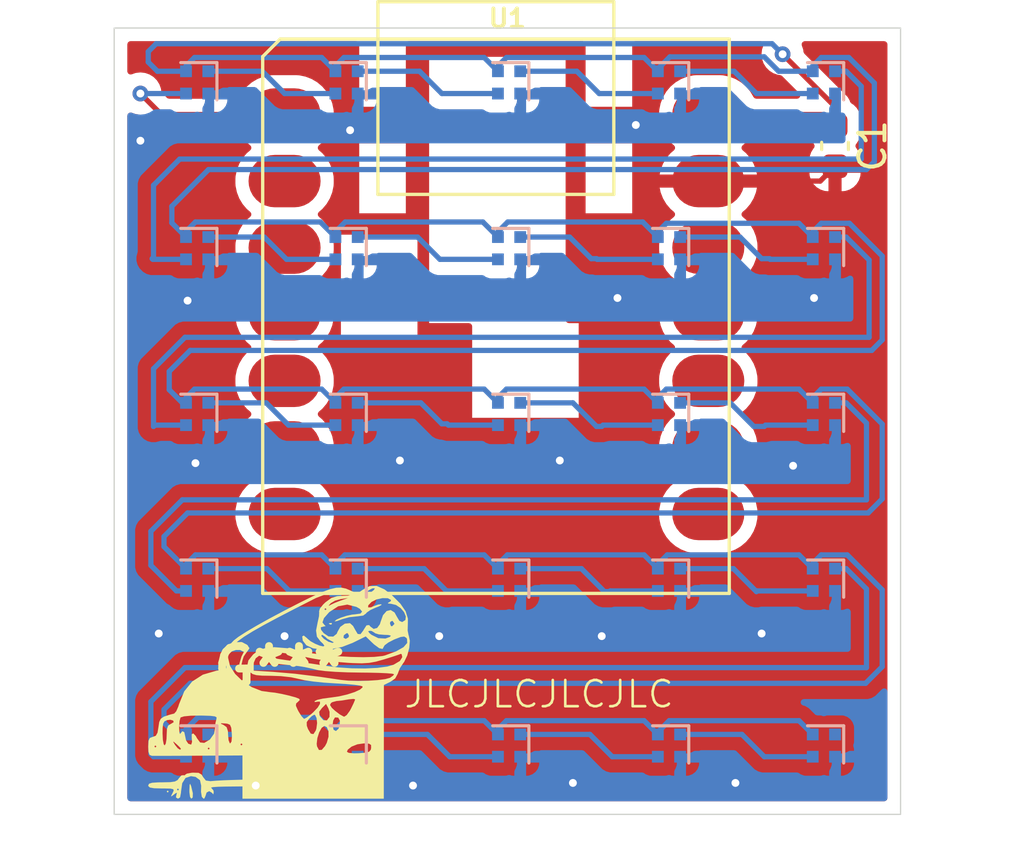
<source format=kicad_pcb>
(kicad_pcb (version 20240108) (generator "pcbnew") (generator_version "8.0")
  (layers (0 "F.Cu" signal) (31 "B.Cu" signal) (34 "B.Paste" user) (35 "F.Paste" user) (36 "B.SilkS" user "B.Silkscreen") (37 "F.SilkS" user "F.Silkscreen") (38 "B.Mask" user) (39 "F.Mask" user) (44 "Edge.Cuts" user))
  (net 0 "")
  (net 1 "VDD")
  (net 2 "GND")
  (net 3 "data")
  (net 4 "Net-(D1-DOUT)")
  (net 5 "Net-(D2-DOUT)")
  (net 6 "Net-(D3-DOUT)")
  (net 7 "Net-(D4-DOUT)")
  (net 8 "Net-(D5-DOUT)")
  (net 9 "Net-(D6-DOUT)")
  (net 10 "Net-(D7-DOUT)")
  (net 11 "Net-(D8-DOUT)")
  (net 12 "Net-(D10-DIN)")
  (net 13 "Net-(D10-DOUT)")
  (net 14 "Net-(D11-DOUT)")
  (net 15 "Net-(D12-DOUT)")
  (net 16 "Net-(D13-DOUT)")
  (net 17 "Net-(D14-DOUT)")
  (net 18 "Net-(D15-DOUT)")
  (net 19 "Net-(D16-DOUT)")
  (net 20 "Net-(D17-DOUT)")
  (net 21 "Net-(D18-DOUT)")
  (net 22 "Net-(D19-DOUT)")
  (net 23 "Net-(D20-DOUT)")
  (net 24 "Net-(D21-DOUT)")
  (net 25 "Net-(D22-DOUT)")
  (net 26 "Net-(D23-DOUT)")
  (net 27 "Net-(D24-DOUT)")
  (footprint "microled-square:SEEED-ESP32S3-MOUDLE14P-SMD-2.54-21X17.8MM" (layer "F.Cu") (at 29.165 42.92)
    (property "Reference" "U1" (at 9.3345 -21.7805 0) (layer "F.SilkS") (effects (font (size 0.7 0.7))))
    (property "Value" "MOUDLE-SEEEDUINO-XIAO-ESP32S3")
    (pad "1" smd roundrect (at 0.835 -18.12) (size 2.75 2) (layers "F.Cu" "F.Paste" "F.Mask") (roundrect_rratio 0.5) (net 3 "data"))
    (pad "2" smd roundrect (at 0.835 -15.58) (size 2.75 2) (layers "F.Cu" "F.Paste" "F.Mask") (roundrect_rratio 0.5))
    (pad "3" smd roundrect (at 0.835 -13.04) (size 2.75 2) (layers "F.Cu" "F.Paste" "F.Mask") (roundrect_rratio 0.5))
    (pad "4" smd roundrect (at 0.835 -10.5) (size 2.75 2) (layers "F.Cu" "F.Paste" "F.Mask") (roundrect_rratio 0.5))
    (pad "5" smd roundrect (at 0.835 -7.96) (size 2.75 2) (layers "F.Cu" "F.Paste" "F.Mask") (roundrect_rratio 0.5))
    (pad "6" smd roundrect (at 0.835 -5.42) (size 2.75 2) (layers "F.Cu" "F.Paste" "F.Mask") (roundrect_rratio 0.5))
    (pad "7" smd roundrect (at 0.835 -2.88) (size 2.75 2) (layers "F.Cu" "F.Paste" "F.Mask") (roundrect_rratio 0.5))
    (pad "8" smd roundrect (at 17 -2.88) (size 2.75 2) (layers "F.Cu" "F.Paste" "F.Mask") (roundrect_rratio 0.5))
    (pad "9" smd roundrect (at 17 -5.42) (size 2.75 2) (layers "F.Cu" "F.Paste" "F.Mask") (roundrect_rratio 0.5))
    (pad "10" smd roundrect (at 17 -7.96) (size 2.75 2) (layers "F.Cu" "F.Paste" "F.Mask") (roundrect_rratio 0.5))
    (pad "11" smd roundrect (at 17 -10.5) (size 2.75 2) (layers "F.Cu" "F.Paste" "F.Mask") (roundrect_rratio 0.5))
    (pad "12" smd roundrect (at 17 -13.04) (size 2.75 2) (layers "F.Cu" "F.Paste" "F.Mask") (roundrect_rratio 0.5))
    (pad "13" smd roundrect (at 17 -15.58) (size 2.75 2) (layers "F.Cu" "F.Paste" "F.Mask") (roundrect_rratio 0.5) (net 2 "GND"))
    (pad "14" smd roundrect (at 17 -18.12) (size 2.75 2) (layers "F.Cu" "F.Paste" "F.Mask") (roundrect_rratio 0.5) (net 1 "VDD"))
    (zone (net 0) (net_name "") (layer "F.Cu") (connect_pads (clearance 0)) (min_thickness 0.01)
      (keepout (tracks not_allowed) (vias not_allowed) (pads not_allowed) (copperpour not_allowed) (footprints allowed))
      (fill (thermal_gap 0.508) (thermal_bridge_width 0.508))
      (polygon (pts (xy 32.1495 29.3835) (xy 35.0705 29.3835) (xy 35.0705 33.2885) (xy 32.1495 33.2885)))
    )
    (zone (net 0) (net_name "") (layer "F.Cu") (connect_pads (clearance 0)) (min_thickness 0.01)
      (keepout (tracks not_allowed) (vias not_allowed) (pads not_allowed) (copperpour not_allowed) (footprints allowed))
      (fill (thermal_gap 0.508) (thermal_bridge_width 0.508))
      (polygon (pts (xy 32.848 21.838) (xy 34.626 21.838) (xy 34.626 24.505) (xy 32.848 24.505)))
    )
    (zone (net 0) (net_name "") (layer "F.Cu") (connect_pads (clearance 0)) (min_thickness 0.01)
      (keepout (tracks not_allowed) (vias not_allowed) (pads not_allowed) (copperpour not_allowed) (footprints allowed))
      (fill (thermal_gap 0.508) (thermal_bridge_width 0.508))
      (polygon (pts (xy 32.848 25.902) (xy 34.626 25.902) (xy 34.626 28.569) (xy 32.848 28.569)))
    )
    (zone (net 0) (net_name "") (layer "F.Cu") (connect_pads (clearance 0)) (min_thickness 0.01)
      (keepout (tracks not_allowed) (vias not_allowed) (pads not_allowed) (copperpour not_allowed) (footprints allowed))
      (fill (thermal_gap 0.508) (thermal_bridge_width 0.508))
      (polygon (pts (xy 35.515 22.6) (xy 40.722 22.6) (xy 40.722 32.758) (xy 35.515 32.758)))
    )
    (zone (net 0) (net_name "") (layer "F.Cu") (connect_pads (clearance 0)) (min_thickness 0.01)
      (keepout (tracks not_allowed) (vias not_allowed) (pads not_allowed) (copperpour not_allowed) (footprints allowed))
      (fill (thermal_gap 0.508) (thermal_bridge_width 0.508))
      (polygon (pts (xy 37.157 32.76) (xy 41.221 32.76) (xy 41.221 36.37) (xy 37.157 36.37)))
    )
    (zone (net 0) (net_name "") (layer "F.Cu") (connect_pads (clearance 0)) (min_thickness 0.01)
      (keepout (tracks not_allowed) (vias not_allowed) (pads not_allowed) (copperpour not_allowed) (footprints allowed))
      (fill (thermal_gap 0.508) (thermal_bridge_width 0.508))
      (polygon (pts (xy 41.484 21.838) (xy 43.262 21.838) (xy 43.262 24.505) (xy 41.484 24.505)))
    )
    (zone (net 0) (net_name "") (layer "F.Cu") (connect_pads (clearance 0)) (min_thickness 0.01)
      (keepout (tracks not_allowed) (vias not_allowed) (pads not_allowed) (copperpour not_allowed) (footprints allowed))
      (fill (thermal_gap 0.508) (thermal_bridge_width 0.508))
      (polygon (pts (xy 41.484 25.902) (xy 43.262 25.902) (xy 43.262 28.569) (xy 41.484 28.569)))
    )
  )
  (footprint "microled-square:bussiness-sadge" (layer "F.Cu") (at 29.8 45.9)
    (property "Reference" "G***" (at 0 0 0) (layer "F.SilkS") (effects (font (size 1.5 1.5) (thickness 0.3))))
    (property "Value" "LOGO" (hide yes))
  )
  (footprint "microled-square:C_0603_1608Metric" (layer "F.Cu") (at 51 26 -90)
    (property "Reference" "C1" (at 0 -1.43 90) (layer "F.SilkS"))
    (property "Value" "100nF")
    (pad "1" smd roundrect (at -0.775 0 270) (size 0.9 0.95) (layers "F.Cu" "F.Paste" "F.Mask") (net 1 "VDD"))
    (pad "2" smd roundrect (at 0.775 0 270) (size 0.9 0.95) (layers "F.Cu" "F.Paste" "F.Mask") (net 2 "GND"))
  )
  (footprint "microled-square:LED_WS2812B-2020_PLCC4_1.0x1.0mm" (layer "B.Cu") (at 25.47 24.47 180)
    (property "Reference" "D1" (hide yes))
    (property "Value" "WS2812B-1010")
    (pad "1" smd rect (at -1.62 1.32 180) (size 0.45 0.45) (layers "B.Cu" "B.Paste" "B.Mask") (net 4 "Net-(D1-DOUT)"))
    (pad "2" smd rect (at -0.77 1.32 180) (size 0.45 0.45) (layers "B.Cu" "B.Paste" "B.Mask") (net 1 "VDD"))
    (pad "3" smd rect (at -1.62 0.47 180) (size 0.45 0.45) (layers "B.Cu" "B.Paste" "B.Mask") (net 2 "GND"))
    (pad "4" smd rect (at -0.77 0.47 90) (size 0.45 0.45) (layers "B.Cu" "B.Paste" "B.Mask") (net 3 "data"))
  )
  (footprint "microled-square:LED_WS2812B-2020_PLCC4_1.0x1.0mm" (layer "B.Cu") (at 37.37 43.445 180)
    (property "Reference" "D18" (hide yes))
    (property "Value" "WS2812B-1010")
    (pad "1" smd rect (at -1.62 1.32 180) (size 0.45 0.45) (layers "B.Cu" "B.Paste" "B.Mask") (net 21 "Net-(D18-DOUT)"))
    (pad "2" smd rect (at -0.77 1.32 180) (size 0.45 0.45) (layers "B.Cu" "B.Paste" "B.Mask") (net 1 "VDD"))
    (pad "3" smd rect (at -1.62 0.47 180) (size 0.45 0.45) (layers "B.Cu" "B.Paste" "B.Mask") (net 2 "GND"))
    (pad "4" smd rect (at -0.77 0.47 90) (size 0.45 0.45) (layers "B.Cu" "B.Paste" "B.Mask") (net 20 "Net-(D17-DOUT)"))
  )
  (footprint "microled-square:LED_WS2812B-2020_PLCC4_1.0x1.0mm" (layer "B.Cu") (at 49.38 24.47 180)
    (property "Reference" "D5" (hide yes))
    (property "Value" "WS2812B-1010")
    (pad "1" smd rect (at -1.62 1.32 180) (size 0.45 0.45) (layers "B.Cu" "B.Paste" "B.Mask") (net 8 "Net-(D5-DOUT)"))
    (pad "2" smd rect (at -0.77 1.32 180) (size 0.45 0.45) (layers "B.Cu" "B.Paste" "B.Mask") (net 1 "VDD"))
    (pad "3" smd rect (at -1.62 0.47 180) (size 0.45 0.45) (layers "B.Cu" "B.Paste" "B.Mask") (net 2 "GND"))
    (pad "4" smd rect (at -0.77 0.47 90) (size 0.45 0.45) (layers "B.Cu" "B.Paste" "B.Mask") (net 7 "Net-(D4-DOUT)"))
  )
  (footprint "microled-square:LED_WS2812B-2020_PLCC4_1.0x1.0mm" (layer "B.Cu") (at 43.47 37.12 180)
    (property "Reference" "D14" (hide yes))
    (property "Value" "WS2812B-1010")
    (pad "1" smd rect (at -1.62 1.32 180) (size 0.45 0.45) (layers "B.Cu" "B.Paste" "B.Mask") (net 17 "Net-(D14-DOUT)"))
    (pad "2" smd rect (at -0.77 1.32 180) (size 0.45 0.45) (layers "B.Cu" "B.Paste" "B.Mask") (net 1 "VDD"))
    (pad "3" smd rect (at -1.62 0.47 180) (size 0.45 0.45) (layers "B.Cu" "B.Paste" "B.Mask") (net 2 "GND"))
    (pad "4" smd rect (at -0.77 0.47 90) (size 0.45 0.45) (layers "B.Cu" "B.Paste" "B.Mask") (net 16 "Net-(D13-DOUT)"))
  )
  (footprint "microled-square:LED_WS2812B-2020_PLCC4_1.0x1.0mm" (layer "B.Cu") (at 25.47 30.795 180)
    (property "Reference" "D6" (hide yes))
    (property "Value" "WS2812B-1010")
    (pad "1" smd rect (at -1.62 1.32 180) (size 0.45 0.45) (layers "B.Cu" "B.Paste" "B.Mask") (net 9 "Net-(D6-DOUT)"))
    (pad "2" smd rect (at -0.77 1.32 180) (size 0.45 0.45) (layers "B.Cu" "B.Paste" "B.Mask") (net 1 "VDD"))
    (pad "3" smd rect (at -1.62 0.47 180) (size 0.45 0.45) (layers "B.Cu" "B.Paste" "B.Mask") (net 2 "GND"))
    (pad "4" smd rect (at -0.77 0.47 90) (size 0.45 0.45) (layers "B.Cu" "B.Paste" "B.Mask") (net 8 "Net-(D5-DOUT)"))
  )
  (footprint "microled-square:LED_WS2812B-2020_PLCC4_1.0x1.0mm" (layer "B.Cu") (at 37.37 30.795 180)
    (property "Reference" "D8" (hide yes))
    (property "Value" "WS2812B-1010")
    (pad "1" smd rect (at -1.62 1.32 180) (size 0.45 0.45) (layers "B.Cu" "B.Paste" "B.Mask") (net 11 "Net-(D8-DOUT)"))
    (pad "2" smd rect (at -0.77 1.32 180) (size 0.45 0.45) (layers "B.Cu" "B.Paste" "B.Mask") (net 1 "VDD"))
    (pad "3" smd rect (at -1.62 0.47 180) (size 0.45 0.45) (layers "B.Cu" "B.Paste" "B.Mask") (net 2 "GND"))
    (pad "4" smd rect (at -0.77 0.47 90) (size 0.45 0.45) (layers "B.Cu" "B.Paste" "B.Mask") (net 10 "Net-(D7-DOUT)"))
  )
  (footprint "microled-square:LED_WS2812B-2020_PLCC4_1.0x1.0mm" (layer "B.Cu") (at 43.47 24.47 180)
    (property "Reference" "D4" (hide yes))
    (property "Value" "WS2812B-1010")
    (pad "1" smd rect (at -1.62 1.32 180) (size 0.45 0.45) (layers "B.Cu" "B.Paste" "B.Mask") (net 7 "Net-(D4-DOUT)"))
    (pad "2" smd rect (at -0.77 1.32 180) (size 0.45 0.45) (layers "B.Cu" "B.Paste" "B.Mask") (net 1 "VDD"))
    (pad "3" smd rect (at -1.62 0.47 180) (size 0.45 0.45) (layers "B.Cu" "B.Paste" "B.Mask") (net 2 "GND"))
    (pad "4" smd rect (at -0.77 0.47 90) (size 0.45 0.45) (layers "B.Cu" "B.Paste" "B.Mask") (net 6 "Net-(D3-DOUT)"))
  )
  (footprint "microled-square:LED_WS2812B-2020_PLCC4_1.0x1.0mm" (layer "B.Cu") (at 31.17 49.77 180)
    (property "Reference" "D22" (hide yes))
    (property "Value" "WS2812B-1010")
    (pad "1" smd rect (at -1.62 1.32 180) (size 0.45 0.45) (layers "B.Cu" "B.Paste" "B.Mask") (net 25 "Net-(D22-DOUT)"))
    (pad "2" smd rect (at -0.77 1.32 180) (size 0.45 0.45) (layers "B.Cu" "B.Paste" "B.Mask") (net 1 "VDD"))
    (pad "3" smd rect (at -1.62 0.47 180) (size 0.45 0.45) (layers "B.Cu" "B.Paste" "B.Mask") (net 2 "GND"))
    (pad "4" smd rect (at -0.77 0.47 90) (size 0.45 0.45) (layers "B.Cu" "B.Paste" "B.Mask") (net 24 "Net-(D21-DOUT)"))
  )
  (footprint "microled-square:LED_WS2812B-2020_PLCC4_1.0x1.0mm" (layer "B.Cu") (at 49.38 30.795 180)
    (property "Reference" "D10" (hide yes))
    (property "Value" "WS2812B-1010")
    (pad "1" smd rect (at -1.62 1.32 180) (size 0.45 0.45) (layers "B.Cu" "B.Paste" "B.Mask") (net 13 "Net-(D10-DOUT)"))
    (pad "2" smd rect (at -0.77 1.32 180) (size 0.45 0.45) (layers "B.Cu" "B.Paste" "B.Mask") (net 1 "VDD"))
    (pad "3" smd rect (at -1.62 0.47 180) (size 0.45 0.45) (layers "B.Cu" "B.Paste" "B.Mask") (net 2 "GND"))
    (pad "4" smd rect (at -0.77 0.47 90) (size 0.45 0.45) (layers "B.Cu" "B.Paste" "B.Mask") (net 12 "Net-(D10-DIN)"))
  )
  (footprint "microled-square:LED_WS2812B-2020_PLCC4_1.0x1.0mm" (layer "B.Cu") (at 25.47 43.445 180)
    (property "Reference" "D16" (hide yes))
    (property "Value" "WS2812B-1010")
    (pad "1" smd rect (at -1.62 1.32 180) (size 0.45 0.45) (layers "B.Cu" "B.Paste" "B.Mask") (net 19 "Net-(D16-DOUT)"))
    (pad "2" smd rect (at -0.77 1.32 180) (size 0.45 0.45) (layers "B.Cu" "B.Paste" "B.Mask") (net 1 "VDD"))
    (pad "3" smd rect (at -1.62 0.47 180) (size 0.45 0.45) (layers "B.Cu" "B.Paste" "B.Mask") (net 2 "GND"))
    (pad "4" smd rect (at -0.77 0.47 90) (size 0.45 0.45) (layers "B.Cu" "B.Paste" "B.Mask") (net 18 "Net-(D15-DOUT)"))
  )
  (footprint "microled-square:LED_WS2812B-2020_PLCC4_1.0x1.0mm" (layer "B.Cu") (at 31.17 37.12 180)
    (property "Reference" "D12" (hide yes))
    (property "Value" "WS2812B-1010")
    (pad "1" smd rect (at -1.62 1.32 180) (size 0.45 0.45) (layers "B.Cu" "B.Paste" "B.Mask") (net 15 "Net-(D12-DOUT)"))
    (pad "2" smd rect (at -0.77 1.32 180) (size 0.45 0.45) (layers "B.Cu" "B.Paste" "B.Mask") (net 1 "VDD"))
    (pad "3" smd rect (at -1.62 0.47 180) (size 0.45 0.45) (layers "B.Cu" "B.Paste" "B.Mask") (net 2 "GND"))
    (pad "4" smd rect (at -0.77 0.47 90) (size 0.45 0.45) (layers "B.Cu" "B.Paste" "B.Mask") (net 14 "Net-(D11-DOUT)"))
  )
  (footprint "microled-square:LED_WS2812B-2020_PLCC4_1.0x1.0mm" (layer "B.Cu") (at 49.38 49.77 180)
    (property "Reference" "D25" (hide yes))
    (property "Value" "WS2812B-1010")
    (pad "1" smd rect (at -1.62 1.32 180) (size 0.45 0.45) (layers "B.Cu" "B.Paste" "B.Mask"))
    (pad "2" smd rect (at -0.77 1.32 180) (size 0.45 0.45) (layers "B.Cu" "B.Paste" "B.Mask") (net 1 "VDD"))
    (pad "3" smd rect (at -1.62 0.47 180) (size 0.45 0.45) (layers "B.Cu" "B.Paste" "B.Mask") (net 2 "GND"))
    (pad "4" smd rect (at -0.77 0.47 90) (size 0.45 0.45) (layers "B.Cu" "B.Paste" "B.Mask") (net 27 "Net-(D24-DOUT)"))
  )
  (footprint "microled-square:LED_WS2812B-2020_PLCC4_1.0x1.0mm" (layer "B.Cu") (at 25.47 37.12 180)
    (property "Reference" "D11" (hide yes))
    (property "Value" "WS2812B-1010")
    (pad "1" smd rect (at -1.62 1.32 180) (size 0.45 0.45) (layers "B.Cu" "B.Paste" "B.Mask") (net 14 "Net-(D11-DOUT)"))
    (pad "2" smd rect (at -0.77 1.32 180) (size 0.45 0.45) (layers "B.Cu" "B.Paste" "B.Mask") (net 1 "VDD"))
    (pad "3" smd rect (at -1.62 0.47 180) (size 0.45 0.45) (layers "B.Cu" "B.Paste" "B.Mask") (net 2 "GND"))
    (pad "4" smd rect (at -0.77 0.47 90) (size 0.45 0.45) (layers "B.Cu" "B.Paste" "B.Mask") (net 13 "Net-(D10-DOUT)"))
  )
  (footprint "microled-square:LED_WS2812B-2020_PLCC4_1.0x1.0mm" (layer "B.Cu") (at 31.17 24.47 180)
    (property "Reference" "D2" (hide yes))
    (property "Value" "WS2812B-1010")
    (pad "1" smd rect (at -1.62 1.32 180) (size 0.45 0.45) (layers "B.Cu" "B.Paste" "B.Mask") (net 5 "Net-(D2-DOUT)"))
    (pad "2" smd rect (at -0.77 1.32 180) (size 0.45 0.45) (layers "B.Cu" "B.Paste" "B.Mask") (net 1 "VDD"))
    (pad "3" smd rect (at -1.62 0.47 180) (size 0.45 0.45) (layers "B.Cu" "B.Paste" "B.Mask") (net 2 "GND"))
    (pad "4" smd rect (at -0.77 0.47 90) (size 0.45 0.45) (layers "B.Cu" "B.Paste" "B.Mask") (net 4 "Net-(D1-DOUT)"))
  )
  (footprint "microled-square:LED_WS2812B-2020_PLCC4_1.0x1.0mm" (layer "B.Cu") (at 49.38 43.445 180)
    (property "Reference" "D20" (hide yes))
    (property "Value" "WS2812B-1010")
    (pad "1" smd rect (at -1.62 1.32 180) (size 0.45 0.45) (layers "B.Cu" "B.Paste" "B.Mask") (net 23 "Net-(D20-DOUT)"))
    (pad "2" smd rect (at -0.77 1.32 180) (size 0.45 0.45) (layers "B.Cu" "B.Paste" "B.Mask") (net 1 "VDD"))
    (pad "3" smd rect (at -1.62 0.47 180) (size 0.45 0.45) (layers "B.Cu" "B.Paste" "B.Mask") (net 2 "GND"))
    (pad "4" smd rect (at -0.77 0.47 90) (size 0.45 0.45) (layers "B.Cu" "B.Paste" "B.Mask") (net 22 "Net-(D19-DOUT)"))
  )
  (footprint "microled-square:LED_WS2812B-2020_PLCC4_1.0x1.0mm" (layer "B.Cu") (at 37.37 49.77 180)
    (property "Reference" "D23" (hide yes))
    (property "Value" "WS2812B-1010")
    (pad "1" smd rect (at -1.62 1.32 180) (size 0.45 0.45) (layers "B.Cu" "B.Paste" "B.Mask") (net 26 "Net-(D23-DOUT)"))
    (pad "2" smd rect (at -0.77 1.32 180) (size 0.45 0.45) (layers "B.Cu" "B.Paste" "B.Mask") (net 1 "VDD"))
    (pad "3" smd rect (at -1.62 0.47 180) (size 0.45 0.45) (layers "B.Cu" "B.Paste" "B.Mask") (net 2 "GND"))
    (pad "4" smd rect (at -0.77 0.47 90) (size 0.45 0.45) (layers "B.Cu" "B.Paste" "B.Mask") (net 25 "Net-(D22-DOUT)"))
  )
  (footprint "microled-square:LED_WS2812B-2020_PLCC4_1.0x1.0mm" (layer "B.Cu") (at 37.37 37.12 180)
    (property "Reference" "D13" (hide yes))
    (property "Value" "WS2812B-1010")
    (pad "1" smd rect (at -1.62 1.32 180) (size 0.45 0.45) (layers "B.Cu" "B.Paste" "B.Mask") (net 16 "Net-(D13-DOUT)"))
    (pad "2" smd rect (at -0.77 1.32 180) (size 0.45 0.45) (layers "B.Cu" "B.Paste" "B.Mask") (net 1 "VDD"))
    (pad "3" smd rect (at -1.62 0.47 180) (size 0.45 0.45) (layers "B.Cu" "B.Paste" "B.Mask") (net 2 "GND"))
    (pad "4" smd rect (at -0.77 0.47 90) (size 0.45 0.45) (layers "B.Cu" "B.Paste" "B.Mask") (net 15 "Net-(D12-DOUT)"))
  )
  (footprint "microled-square:LED_WS2812B-2020_PLCC4_1.0x1.0mm" (layer "B.Cu") (at 43.47 43.445 180)
    (property "Reference" "D19" (hide yes))
    (property "Value" "WS2812B-1010")
    (pad "1" smd rect (at -1.62 1.32 180) (size 0.45 0.45) (layers "B.Cu" "B.Paste" "B.Mask") (net 22 "Net-(D19-DOUT)"))
    (pad "2" smd rect (at -0.77 1.32 180) (size 0.45 0.45) (layers "B.Cu" "B.Paste" "B.Mask") (net 1 "VDD"))
    (pad "3" smd rect (at -1.62 0.47 180) (size 0.45 0.45) (layers "B.Cu" "B.Paste" "B.Mask") (net 2 "GND"))
    (pad "4" smd rect (at -0.77 0.47 90) (size 0.45 0.45) (layers "B.Cu" "B.Paste" "B.Mask") (net 21 "Net-(D18-DOUT)"))
  )
  (footprint "microled-square:LED_WS2812B-2020_PLCC4_1.0x1.0mm" (layer "B.Cu") (at 25.47 49.77 180)
    (property "Reference" "D21" (hide yes))
    (property "Value" "WS2812B-1010")
    (pad "1" smd rect (at -1.62 1.32 180) (size 0.45 0.45) (layers "B.Cu" "B.Paste" "B.Mask") (net 24 "Net-(D21-DOUT)"))
    (pad "2" smd rect (at -0.77 1.32 180) (size 0.45 0.45) (layers "B.Cu" "B.Paste" "B.Mask") (net 1 "VDD"))
    (pad "3" smd rect (at -1.62 0.47 180) (size 0.45 0.45) (layers "B.Cu" "B.Paste" "B.Mask") (net 2 "GND"))
    (pad "4" smd rect (at -0.77 0.47 90) (size 0.45 0.45) (layers "B.Cu" "B.Paste" "B.Mask") (net 23 "Net-(D20-DOUT)"))
  )
  (footprint "microled-square:LED_WS2812B-2020_PLCC4_1.0x1.0mm" (layer "B.Cu") (at 43.47 49.77 180)
    (property "Reference" "D24" (hide yes))
    (property "Value" "WS2812B-1010")
    (pad "1" smd rect (at -1.62 1.32 180) (size 0.45 0.45) (layers "B.Cu" "B.Paste" "B.Mask") (net 27 "Net-(D24-DOUT)"))
    (pad "2" smd rect (at -0.77 1.32 180) (size 0.45 0.45) (layers "B.Cu" "B.Paste" "B.Mask") (net 1 "VDD"))
    (pad "3" smd rect (at -1.62 0.47 180) (size 0.45 0.45) (layers "B.Cu" "B.Paste" "B.Mask") (net 2 "GND"))
    (pad "4" smd rect (at -0.77 0.47 90) (size 0.45 0.45) (layers "B.Cu" "B.Paste" "B.Mask") (net 26 "Net-(D23-DOUT)"))
  )
  (footprint "microled-square:LED_WS2812B-2020_PLCC4_1.0x1.0mm" (layer "B.Cu") (at 43.47 30.795 180)
    (property "Reference" "D9" (hide yes))
    (property "Value" "WS2812B-1010")
    (pad "1" smd rect (at -1.62 1.32 180) (size 0.45 0.45) (layers "B.Cu" "B.Paste" "B.Mask") (net 12 "Net-(D10-DIN)"))
    (pad "2" smd rect (at -0.77 1.32 180) (size 0.45 0.45) (layers "B.Cu" "B.Paste" "B.Mask") (net 1 "VDD"))
    (pad "3" smd rect (at -1.62 0.47 180) (size 0.45 0.45) (layers "B.Cu" "B.Paste" "B.Mask") (net 2 "GND"))
    (pad "4" smd rect (at -0.77 0.47 90) (size 0.45 0.45) (layers "B.Cu" "B.Paste" "B.Mask") (net 11 "Net-(D8-DOUT)"))
  )
  (footprint "microled-square:LED_WS2812B-2020_PLCC4_1.0x1.0mm" (layer "B.Cu") (at 31.17 43.445 180)
    (property "Reference" "D17" (hide yes))
    (property "Value" "WS2812B-1010")
    (pad "1" smd rect (at -1.62 1.32 180) (size 0.45 0.45) (layers "B.Cu" "B.Paste" "B.Mask") (net 20 "Net-(D17-DOUT)"))
    (pad "2" smd rect (at -0.77 1.32 180) (size 0.45 0.45) (layers "B.Cu" "B.Paste" "B.Mask") (net 1 "VDD"))
    (pad "3" smd rect (at -1.62 0.47 180) (size 0.45 0.45) (layers "B.Cu" "B.Paste" "B.Mask") (net 2 "GND"))
    (pad "4" smd rect (at -0.77 0.47 90) (size 0.45 0.45) (layers "B.Cu" "B.Paste" "B.Mask") (net 19 "Net-(D16-DOUT)"))
  )
  (footprint "microled-square:LED_WS2812B-2020_PLCC4_1.0x1.0mm" (layer "B.Cu") (at 31.17 30.795 180)
    (property "Reference" "D7" (hide yes))
    (property "Value" "WS2812B-1010")
    (pad "1" smd rect (at -1.62 1.32 180) (size 0.45 0.45) (layers "B.Cu" "B.Paste" "B.Mask") (net 10 "Net-(D7-DOUT)"))
    (pad "2" smd rect (at -0.77 1.32 180) (size 0.45 0.45) (layers "B.Cu" "B.Paste" "B.Mask") (net 1 "VDD"))
    (pad "3" smd rect (at -1.62 0.47 180) (size 0.45 0.45) (layers "B.Cu" "B.Paste" "B.Mask") (net 2 "GND"))
    (pad "4" smd rect (at -0.77 0.47 90) (size 0.45 0.45) (layers "B.Cu" "B.Paste" "B.Mask") (net 9 "Net-(D6-DOUT)"))
  )
  (footprint "microled-square:LED_WS2812B-2020_PLCC4_1.0x1.0mm" (layer "B.Cu") (at 49.38 37.12 180)
    (property "Reference" "D15" (hide yes))
    (property "Value" "WS2812B-1010")
    (pad "1" smd rect (at -1.62 1.32 180) (size 0.45 0.45) (layers "B.Cu" "B.Paste" "B.Mask") (net 18 "Net-(D15-DOUT)"))
    (pad "2" smd rect (at -0.77 1.32 180) (size 0.45 0.45) (layers "B.Cu" "B.Paste" "B.Mask") (net 1 "VDD"))
    (pad "3" smd rect (at -1.62 0.47 180) (size 0.45 0.45) (layers "B.Cu" "B.Paste" "B.Mask") (net 2 "GND"))
    (pad "4" smd rect (at -0.77 0.47 90) (size 0.45 0.45) (layers "B.Cu" "B.Paste" "B.Mask") (net 17 "Net-(D14-DOUT)"))
  )
  (footprint "microled-square:LED_WS2812B-2020_PLCC4_1.0x1.0mm" (layer "B.Cu") (at 37.37 24.47 180)
    (property "Reference" "D3" (hide yes))
    (property "Value" "WS2812B-1010")
    (pad "1" smd rect (at -1.62 1.32 180) (size 0.45 0.45) (layers "B.Cu" "B.Paste" "B.Mask") (net 6 "Net-(D3-DOUT)"))
    (pad "2" smd rect (at -0.77 1.32 180) (size 0.45 0.45) (layers "B.Cu" "B.Paste" "B.Mask") (net 1 "VDD"))
    (pad "3" smd rect (at -1.62 0.47 180) (size 0.45 0.45) (layers "B.Cu" "B.Paste" "B.Mask") (net 2 "GND"))
    (pad "4" smd rect (at -0.77 0.47 90) (size 0.45 0.45) (layers "B.Cu" "B.Paste" "B.Mask") (net 5 "Net-(D2-DOUT)"))
  )
  (gr_rect (start 23.5 21.5) (end 53.5 51.5) (stroke (width 0.05)) (fill none) (layer "Edge.Cuts"))
  (gr_text "JLCJLCJLCJLC" (at 34.5 47.5 -0) (layer "F.SilkS") (effects (font (size 1 1) (thickness 0.1)) (justify left bottom)))
  (segment (start 46.165 24.8) (end 50.575 24.8) (width 0.2) (layer "F.Cu") (net 1))
  (segment (start 51 24.5) (end 51 25.225) (width 0.2) (layer "F.Cu") (net 1))
  (segment (start 50.575 24.8) (end 51 25.225) (width 0.2) (layer "F.Cu") (net 1))
  (segment (start 49 22.5) (end 51 24.5) (width 0.2) (layer "F.Cu") (net 1))
  (via (at 49 22.5) (size 0.6) (drill 0.3) (layers "F.Cu" "B.Cu") (net 1))
  (segment (start 38.465 35.275) (end 43.715 35.275) (width 0.2) (layer "B.Cu") (net 1))
  (segment (start 43.665 28.9) (end 44.24 29.475) (width 0.2) (layer "B.Cu") (net 1))
  (segment (start 52.5 23.6) (end 51.525 22.625) (width 0.2) (layer "B.Cu") (net 1))
  (segment (start 44.24 35.8) (end 44.24 35.6) (width 0.2) (layer "B.Cu") (net 1))
  (segment (start 50.15 22.95) (end 50.15 23.15) (width 0.2) (layer "B.Cu") (net 1))
  (segment (start 26.24 48.45) (end 26.24 48.25) (width 0.2) (layer "B.Cu") (net 1))
  (segment (start 48.85 23.15) (end 48.3 22.6) (width 0.2) (layer "B.Cu") (net 1))
  (segment (start 44.565 28.95) (end 49.625 28.95) (width 0.2) (layer "B.Cu") (net 1))
  (segment (start 50.15 42.125) (end 50.15 41.925) (width 0.2) (layer "B.Cu") (net 1))
  (segment (start 50.15 35.6) (end 50.475 35.275) (width 0.2) (layer "B.Cu") (net 1))
  (segment (start 31.365 28.9) (end 31.94 29.475) (width 0.2) (layer "B.Cu") (net 1))
  (segment (start 44.24 41.96) (end 44.6 41.6) (width 0.2) (layer "B.Cu") (net 1))
  (segment (start 31.94 41.96) (end 32.3 41.6) (width 0.2) (layer "B.Cu") (net 1))
  (segment (start 44.24 29.275) (end 44.565 28.95) (width 0.2) (layer "B.Cu") (net 1))
  (segment (start 44.565 35.275) (end 49.625 35.275) (width 0.2) (layer "B.Cu") (net 1))
  (segment (start 32.315 28.9) (end 37.565 28.9) (width 0.2) (layer "B.Cu") (net 1))
  (segment (start 25.15 23.15) (end 26.24 23.15) (width 0.2) (layer "B.Cu") (net 1))
  (segment (start 24.8 22.8) (end 25.15 23.15) (width 0.2) (layer "B.Cu") (net 1))
  (segment (start 32.265 22.625) (end 37.615 22.625) (width 0.2) (layer "B.Cu") (net 1))
  (segment (start 26.1 35.8) (end 26.24 35.8) (width 0.2) (layer "B.Cu") (net 1))
  (segment (start 31.94 23.15) (end 31.94 22.95) (width 0.2) (layer "B.Cu") (net 1))
  (segment (start 38.14 48.25) (end 38.465 47.925) (width 0.2) (layer "B.Cu") (net 1))
  (segment (start 43.715 22.625) (end 44.24 23.15) (width 0.2) (layer "B.Cu") (net 1))
  (segment (start 25.4 41.285) (end 26.24 42.125) (width 0.2) (layer "B.Cu") (net 1))
  (segment (start 26.24 22.95) (end 26.565 22.625) (width 0.2) (layer "B.Cu") (net 1))
  (segment (start 26.4 33.8) (end 25.6 34.6) (width 0.2) (layer "B.Cu") (net 1))
  (segment (start 24.8 22.4) (end 24.8 22.8) (width 0.2) (layer "B.Cu") (net 1))
  (segment (start 26.24 29.26) (end 26.6 28.9) (width 0.2) (layer "B.Cu") (net 1))
  (segment (start 38.14 35.8) (end 38.14 35.6) (width 0.2) (layer "B.Cu") (net 1))
  (segment (start 26.565 35.275) (end 31.415 35.275) (width 0.2) (layer "B.Cu") (net 1))
  (segment (start 51.465686 35.275) (end 52.8 36.609314) (width 0.2) (layer "B.Cu") (net 1))
  (segment (start 51.525 22.625) (end 50.475 22.625) (width 0.2) (layer "B.Cu") (net 1))
  (segment (start 49.625 41.6) (end 50.15 42.125) (width 0.2) (layer "B.Cu") (net 1))
  (segment (start 43.715 41.6) (end 44.24 42.125) (width 0.2) (layer "B.Cu") (net 1))
  (segment (start 26.24 23.15) (end 26.24 22.95) (width 0.2) (layer "B.Cu") (net 1))
  (segment (start 50.15 29.475) (end 50.15 29.275) (width 0.2) (layer "B.Cu") (net 1))
  (segment (start 25.4 48) (end 25.85 48.45) (width 0.2) (layer "B.Cu") (net 1))
  (segment (start 38.14 35.6) (end 38.465 35.275) (width 0.2) (layer "B.Cu") (net 1))
  (segment (start 44.24 35.6) (end 44.565 35.275) (width 0.2) (layer "B.Cu") (net 1))
  (segment (start 25.1 22.1) (end 24.8 22.4) (width 0.2) (layer "B.Cu") (net 1))
  (segment (start 38.14 29.475) (end 38.14 29.275) (width 0.2) (layer "B.Cu") (net 1))
  (segment (start 38.14 41.96) (end 38.5 41.6) (width 0.2) (layer "B.Cu") (net 1))
  (segment (start 26.24 35.8) (end 26.24 35.6) (width 0.2) (layer "B.Cu") (net 1))
  (segment (start 25.4 40.9) (end 25.4 41.285) (width 0.2) (layer "B.Cu") (net 1))
  (segment (start 25.4 47.5) (end 25.4 48) (width 0.2) (layer "B.Cu") (net 1))
  (segment (start 31.94 48.45) (end 31.94 48.25) (width 0.2) (layer "B.Cu") (net 1))
  (segment (start 49 22.5) (end 48.6 22.1) (width 0.2) (layer "B.Cu") (net 1))
  (segment (start 52.8 39.465685) (end 52.265685 40) (width 0.2) (layer "B.Cu") (net 1))
  (segment (start 49.625 28.95) (end 50.15 29.475) (width 0.2) (layer "B.Cu") (net 1))
  (segment (start 38.14 29.275) (end 38.515 28.9) (width 0.2) (layer "B.Cu") (net 1))
  (segment (start 25.6 34.6) (end 25.6 35.3) (width 0.2) (layer "B.Cu") (net 1))
  (segment (start 50.15 35.8) (end 50.15 35.6) (width 0.2) (layer "B.Cu") (net 1))
  (segment (start 52.8 36.609314) (end 52.8 39.465685) (width 0.2) (layer "B.Cu") (net 1))
  (segment (start 26.4 46.5) (end 25.4 47.5) (width 0.2) (layer "B.Cu") (net 1))
  (segment (start 31.94 35.8) (end 31.94 35.6) (width 0.2) (layer "B.Cu") (net 1))
  (segment (start 38.465 22.625) (end 43.715 22.625) (width 0.2) (layer "B.Cu") (net 1))
  (segment (start 44.7 22.6) (end 44.24 23.06) (width 0.2) (layer "B.Cu") (net 1))
  (segment (start 26.3 40) (end 25.4 40.9) (width 0.2) (layer "B.Cu") (net 1))
  (segment (start 50.475 35.275) (end 51.465686 35.275) (width 0.2) (layer "B.Cu") (net 1))
  (segment (start 44.24 29.475) (end 44.24 29.275) (width 0.2) (layer "B.Cu") (net 1))
  (segment (start 50.475 22.625) (end 50.15 22.95) (width 0.2) (layer "B.Cu") (net 1))
  (segment (start 37.615 47.925) (end 38.14 48.45) (width 0.2) (layer "B.Cu") (net 1))
  (segment (start 44.675 47.925) (end 49.625 47.925) (width 0.2) (layer "B.Cu") (net 1))
  (segment (start 37.565 28.9) (end 38.14 29.475) (width 0.2) (layer "B.Cu") (net 1))
  (segment (start 31.415 22.625) (end 31.94 23.15) (width 0.2) (layer "B.Cu") (net 1))
  (segment (start 38.515 28.9) (end 43.665 28.9) (width 0.2) (layer "B.Cu") (net 1))
  (segment (start 26.6 28.9) (end 31.365 28.9) (width 0.2) (layer "B.Cu") (net 1))
  (segment (start 37.615 35.275) (end 38.14 35.8) (width 0.2) (layer "B.Cu") (net 1))
  (segment (start 52.165685 46.5) (end 26.4 46.5) (width 0.2) (layer "B.Cu") (net 1))
  (segment (start 26.6 41.6) (end 31.415 41.6) (width 0.2) (layer "B.Cu") (net 1))
  (segment (start 52.5 26.6) (end 52.5 23.6) (width 0.2) (layer "B.Cu") (net 1))
  (segment (start 31.94 29.475) (end 31.94 29.275) (width 0.2) (layer "B.Cu") (net 1))
  (segment (start 31.94 42.125) (end 31.94 41.96) (width 0.2) (layer "B.Cu") (net 1))
  (segment (start 26.24 35.6) (end 26.565 35.275) (width 0.2) (layer "B.Cu") (net 1))
  (segment (start 52.8 33.4) (end 52.4 33.8) (width 0.2) (layer "B.Cu") (net 1))
  (segment (start 48.3 22.6) (end 44.7 22.6) (width 0.2) (layer "B.Cu") (net 1))
  (segment (start 38.14 42.125) (end 38.14 41.96) (width 0.2) (layer "B.Cu") (net 1))
  (segment (start 32.3 41.6) (end 37.615 41.6) (width 0.2) (layer "B.Cu") (net 1))
  (segment (start 31.415 35.275) (end 31.94 35.8) (width 0.2) (layer "B.Cu") (net 1))
  (segment (start 49.625 35.275) (end 50.15 35.8) (width 0.2) (layer "B.Cu") (net 1))
  (segment (start 43.715 47.925) (end 44.24 48.45) (width 0.2) (layer "B.Cu") (net 1))
  (segment (start 50.15 41.925) (end 50.475 41.6) (width 0.2) (layer "B.Cu") (net 1))
  (segment (start 38.14 23.15) (end 38.14 22.95) (width 0.2) (layer "B.Cu") (net 1))
  (segment (start 25.85 48.45) (end 26.24 48.45) (width 0.2) (layer "B.Cu") (net 1))
  (segment (start 52.4 33.8) (end 26.4 33.8) (width 0.2) (layer "B.Cu") (net 1))
  (segment (start 37.615 41.6) (end 38.14 42.125) (width 0.2) (layer "B.Cu") (net 1))
  (segment (start 31.94 22.95) (end 32.265 22.625) (width 0.2) (layer "B.Cu") (net 1))
  (segment (start 38.465 47.925) (end 43.715 47.925) (width 0.2) (layer "B.Cu") (net 1))
  (segment (start 44.24 48.45) (end 44.24 48.36) (width 0.2) (layer "B.Cu") (net 1))
  (segment (start 27.1 26.9) (end 52.2 26.9) (width 0.2) (layer "B.Cu") (net 1))
  (segment (start 48.6 22.1) (end 30.9 22.1) (width 0.2) (layer "B.Cu") (net 1))
  (segment (start 51.55 28.95) (end 52.8 30.2) (width 0.2) (layer "B.Cu") (net 1))
  (segment (start 26.69 47.8) (end 31.29 47.8) (width 0.2) (layer "B.Cu") (net 1))
  (segment (start 52.265685 40) (end 26.3 40) (width 0.2) (layer "B.Cu") (net 1))
  (segment (start 43.715 35.275) (end 44.24 35.8) (width 0.2) (layer "B.Cu") (net 1))
  (segment (start 26.24 29.475) (end 26.24 29.26) (width 0.2) (layer "B.Cu") (net 1))
  (segment (start 31.94 48.25) (end 32.265 47.925) (width 0.2) (layer "B.Cu") (net 1))
  (segment (start 25.6 35.3) (end 26.1 35.8) (width 0.2) (layer "B.Cu") (net 1))
  (segment (start 32.265 47.925) (end 37.615 47.925) (width 0.2) (layer "B.Cu") (net 1))
  (segment (start 37.615 22.625) (end 38.14 23.15) (width 0.2) (layer "B.Cu") (net 1))
  (segment (start 30.9 22.1) (end 25.1 22.1) (width 0.2) (layer "B.Cu") (net 1))
  (segment (start 50.15 29.275) (end 50.475 28.95) (width 0.2) (layer "B.Cu") (net 1))
  (segment (start 52.8 42.934314) (end 52.8 45.865685) (width 0.2) (layer "B.Cu") (net 1))
  (segment (start 52.8 30.2) (end 52.8 33.4) (width 0.2) (layer "B.Cu") (net 1))
  (segment (start 50.475 41.6) (end 51.465686 41.6) (width 0.2) (layer "B.Cu") (net 1))
  (segment (start 50.475 28.95) (end 51.55 28.95) (width 0.2) (layer "B.Cu") (net 1))
  (segment (start 26.24 41.96) (end 26.6 41.6) (width 0.2) (layer "B.Cu") (net 1))
  (segment (start 31.29 47.8) (end 31.94 48.45) (width 0.2) (layer "B.Cu") (net 1))
  (segment (start 25.7 28.3) (end 27.1 26.9) (width 0.2) (layer "B.Cu") (net 1))
  (segment (start 26.565 22.625) (end 31.415 22.625) (width 0.2) (layer "B.Cu") (net 1))
  (segment (start 52.8 45.865685) (end 52.165685 46.5) (width 0.2) (layer "B.Cu") (net 1))
  (segment (start 52.2 26.9) (end 52.5 26.6) (width 0.2) (layer "B.Cu") (net 1))
  (segment (start 26.24 29.475) (end 25.7 28.935) (width 0.2) (layer "B.Cu") (net 1))
  (segment (start 31.94 35.6) (end 32.265 35.275) (width 0.2) (layer "B.Cu") (net 1))
  (segment (start 31.94 29.275) (end 32.315 28.9) (width 0.2) (layer "B.Cu") (net 1))
  (segment (start 44.24 42.125) (end 44.24 41.96) (width 0.2) (layer "B.Cu") (net 1))
  (segment (start 50.15 23.15) (end 48.85 23.15) (width 0.2) (layer "B.Cu") (net 1))
  (segment (start 26.24 42.125) (end 26.24 41.96) (width 0.2) (layer "B.Cu") (net 1))
  (segment (start 49.625 47.925) (end 50.15 48.45) (width 0.2) (layer "B.Cu") (net 1))
  (segment (start 26.24 48.25) (end 26.69 47.8) (width 0.2) (layer "B.Cu") (net 1))
  (segment (start 25.7 28.935) (end 25.7 28.3) (width 0.2) (layer "B.Cu") (net 1))
  (segment (start 44.6 41.6) (end 49.625 41.6) (width 0.2) (layer "B.Cu") (net 1))
  (segment (start 38.14 22.95) (end 38.465 22.625) (width 0.2) (layer "B.Cu") (net 1))
  (segment (start 38.5 41.6) (end 43.715 41.6) (width 0.2) (layer "B.Cu") (net 1))
  (segment (start 44.24 23.06) (end 44.24 23.15) (width 0.2) (layer "B.Cu") (net 1))
  (segment (start 44.24 48.36) (end 44.675 47.925) (width 0.2) (layer "B.Cu") (net 1))
  (segment (start 31.415 41.6) (end 31.94 42.125) (width 0.2) (layer "B.Cu") (net 1))
  (segment (start 51.465686 41.6) (end 52.8 42.934314) (width 0.2) (layer "B.Cu") (net 1))
  (segment (start 32.265 35.275) (end 37.615 35.275) (width 0.2) (layer "B.Cu") (net 1))
  (segment (start 38.14 48.45) (end 38.14 48.25) (width 0.2) (layer "B.Cu") (net 1))
  (segment (start 46.165 27.34) (end 50.435 27.34) (width 0.2) (layer "F.Cu") (net 2))
  (segment (start 50.435 27.34) (end 51 26.775) (width 0.2) (layer "F.Cu") (net 2))
  (via (at 48.2 44.6) (size 0.6) (drill 0.3) (layers "F.Cu" "B.Cu") (net 2))
  (via (at 43.4 25.2) (size 0.6) (drill 0.3) (layers "F.Cu" "B.Cu") (net 2))
  (via (at 41 50.3) (size 0.6) (drill 0.3) (layers "F.Cu" "B.Cu") (net 2))
  (via (at 24.5 25.8) (size 0.6) (drill 0.3) (layers "F.Cu" "B.Cu") (net 2))
  (via (at 26.3 31.9) (size 0.6) (drill 0.3) (layers "F.Cu" "B.Cu") (net 2))
  (via (at 26.6 38.1) (size 0.6) (drill 0.3) (layers "F.Cu" "B.Cu") (net 2))
  (via (at 42.7 31.8) (size 0.6) (drill 0.3) (layers "F.Cu" "B.Cu") (net 2))
  (via (at 40.5 38) (size 0.6) (drill 0.3) (layers "F.Cu" "B.Cu") (net 2))
  (via (at 30 44.7) (size 0.6) (drill 0.3) (layers "F.Cu" "B.Cu") (net 2))
  (via (at 49.4 38.2) (size 0.6) (drill 0.3) (layers "F.Cu" "B.Cu") (net 2))
  (via (at 35.9 44.7) (size 0.6) (drill 0.3) (layers "F.Cu" "B.Cu") (net 2))
  (via (at 50.2 31.8) (size 0.6) (drill 0.3) (layers "F.Cu" "B.Cu") (net 2))
  (via (at 34.9 50.4) (size 0.6) (drill 0.3) (layers "F.Cu" "B.Cu") (net 2))
  (via (at 25.2 44.6) (size 0.6) (drill 0.3) (layers "F.Cu" "B.Cu") (net 2))
  (via (at 28.9 50.4) (size 0.6) (drill 0.3) (layers "F.Cu" "B.Cu") (net 2))
  (via (at 34.4 38) (size 0.6) (drill 0.3) (layers "F.Cu" "B.Cu") (net 2))
  (via (at 42.1 44.7) (size 0.6) (drill 0.3) (layers "F.Cu" "B.Cu") (net 2))
  (via (at 32.5 25.4) (size 0.6) (drill 0.3) (layers "F.Cu" "B.Cu") (net 2))
  (via (at 47.2 50.3) (size 0.6) (drill 0.3) (layers "F.Cu" "B.Cu") (net 2))
  (segment (start 30 24.8) (end 25.3 24.8) (width 0.2) (layer "F.Cu") (net 3))
  (segment (start 25.3 24.8) (end 24.5 24) (width 0.2) (layer "F.Cu") (net 3))
  (via (at 24.5 24) (size 0.6) (drill 0.3) (layers "F.Cu" "B.Cu") (net 3))
  (segment (start 24.5 24) (end 26.24 24) (width 0.2) (layer "B.Cu") (net 3))
  (segment (start 30 24) (end 31.94 24) (width 0.2) (layer "B.Cu") (net 4))
  (segment (start 27.09 23.15) (end 29.15 23.15) (width 0.2) (layer "B.Cu") (net 4))
  (segment (start 29.15 23.15) (end 30 24) (width 0.2) (layer "B.Cu") (net 4))
  (segment (start 32.79 23.15) (end 35.15 23.15) (width 0.2) (layer "B.Cu") (net 5))
  (segment (start 36 24) (end 38.14 24) (width 0.2) (layer "B.Cu") (net 5))
  (segment (start 35.15 23.15) (end 36 24) (width 0.2) (layer "B.Cu") (net 5))
  (segment (start 38.99 23.15) (end 41.15 23.15) (width 0.2) (layer "B.Cu") (net 6))
  (segment (start 42 24) (end 44.24 24) (width 0.2) (layer "B.Cu") (net 6))
  (segment (start 41.15 23.15) (end 42 24) (width 0.2) (layer "B.Cu") (net 6))
  (segment (start 48 24) (end 50.15 24) (width 0.2) (layer "B.Cu") (net 7))
  (segment (start 45.09 23.15) (end 47.15 23.15) (width 0.2) (layer "B.Cu") (net 7))
  (segment (start 47.15 23.15) (end 48 24) (width 0.2) (layer "B.Cu") (net 7))
  (segment (start 24.975 30.325) (end 26.24 30.325) (width 0.2) (layer "B.Cu") (net 8))
  (segment (start 26 26.5) (end 25 27.5) (width 0.2) (layer "B.Cu") (net 8))
  (segment (start 24.95 30.3) (end 24.975 30.325) (width 0.2) (layer "B.Cu") (net 8))
  (segment (start 52 26.5) (end 26 26.5) (width 0.2) (layer "B.Cu") (net 8))
  (segment (start 25 30.25) (end 24.95 30.3) (width 0.2) (layer "B.Cu") (net 8))
  (segment (start 25 27.5) (end 25 30.25) (width 0.2) (layer "B.Cu") (net 8))
  (segment (start 52 23.725) (end 52 26.5) (width 0.2) (layer "B.Cu") (net 8))
  (segment (start 51.425 23.15) (end 52 23.725) (width 0.2) (layer "B.Cu") (net 8))
  (segment (start 51 23.15) (end 51.425 23.15) (width 0.2) (layer "B.Cu") (net 8))
  (segment (start 29.225 29.475) (end 30.075 30.325) (width 0.2) (layer "B.Cu") (net 9))
  (segment (start 27.09 29.475) (end 29.225 29.475) (width 0.2) (layer "B.Cu") (net 9))
  (segment (start 30.075 30.325) (end 31.94 30.325) (width 0.2) (layer "B.Cu") (net 9))
  (segment (start 32.79 29.475) (end 35.075 29.475) (width 0.2) (layer "B.Cu") (net 10))
  (segment (start 35.925 30.325) (end 38.14 30.325) (width 0.2) (layer "B.Cu") (net 10))
  (segment (start 35.075 29.475) (end 35.925 30.325) (width 0.2) (layer "B.Cu") (net 10))
  (segment (start 41.9 30.3) (end 41.925 30.325) (width 0.2) (layer "B.Cu") (net 11))
  (segment (start 41.925 30.325) (end 44.24 30.325) (width 0.2) (layer "B.Cu") (net 11))
  (segment (start 38.99 29.475) (end 40.875 29.475) (width 0.2) (layer "B.Cu") (net 11))
  (segment (start 41.7 30.3) (end 41.9 30.3) (width 0.2) (layer "B.Cu") (net 11))
  (segment (start 40.875 29.475) (end 41.7 30.3) (width 0.2) (layer "B.Cu") (net 11))
  (segment (start 47.375 29.475) (end 48.2 30.3) (width 0.2) (layer "B.Cu") (net 12))
  (segment (start 48.5 30.3) (end 48.525 30.325) (width 0.2) (layer "B.Cu") (net 12))
  (segment (start 45.09 29.475) (end 47.375 29.475) (width 0.2) (layer "B.Cu") (net 12))
  (segment (start 48.525 30.325) (end 50.15 30.325) (width 0.2) (layer "B.Cu") (net 12))
  (segment (start 48.2 30.3) (end 48.5 30.3) (width 0.2) (layer "B.Cu") (net 12))
  (segment (start 51 29.475) (end 51.425 29.475) (width 0.2) (layer "B.Cu") (net 13))
  (segment (start 52.3 30.35) (end 52.3 33.3) (width 0.2) (layer "B.Cu") (net 13))
  (segment (start 25 36.7) (end 25.05 36.65) (width 0.2) (layer "B.Cu") (net 13))
  (segment (start 26.2 33.3) (end 25 34.5) (width 0.2) (layer "B.Cu") (net 13))
  (segment (start 25.05 36.65) (end 26.24 36.65) (width 0.2) (layer "B.Cu") (net 13))
  (segment (start 51.425 29.475) (end 52.3 30.35) (width 0.2) (layer "B.Cu") (net 13))
  (segment (start 25 34.5) (end 25 36.7) (width 0.2) (layer "B.Cu") (net 13))
  (segment (start 52.3 33.3) (end 26.2 33.3) (width 0.2) (layer "B.Cu") (net 13))
  (segment (start 30.15 36.65) (end 31.94 36.65) (width 0.2) (layer "B.Cu") (net 14))
  (segment (start 29.3 35.8) (end 30.15 36.65) (width 0.2) (layer "B.Cu") (net 14))
  (segment (start 27.09 35.8) (end 29.3 35.8) (width 0.2) (layer "B.Cu") (net 14))
  (segment (start 36 36.6) (end 36.2 36.6) (width 0.2) (layer "B.Cu") (net 15))
  (segment (start 36.2 36.6) (end 36.25 36.65) (width 0.2) (layer "B.Cu") (net 15))
  (segment (start 36.25 36.65) (end 38.14 36.65) (width 0.2) (layer "B.Cu") (net 15))
  (segment (start 32.79 35.8) (end 35.2 35.8) (width 0.2) (layer "B.Cu") (net 15))
  (segment (start 35.2 35.8) (end 36 36.6) (width 0.2) (layer "B.Cu") (net 15))
  (segment (start 42.15 36.65) (end 44.24 36.65) (width 0.2) (layer "B.Cu") (net 16))
  (segment (start 41.9 36.7) (end 42.1 36.7) (width 0.2) (layer "B.Cu") (net 16))
  (segment (start 38.99 35.8) (end 41 35.8) (width 0.2) (layer "B.Cu") (net 16))
  (segment (start 42.1 36.7) (end 42.15 36.65) (width 0.2) (layer "B.Cu") (net 16))
  (segment (start 41 35.8) (end 41.9 36.7) (width 0.2) (layer "B.Cu") (net 16))
  (segment (start 48.3 36.7) (end 48.35 36.65) (width 0.2) (layer "B.Cu") (net 17))
  (segment (start 45.09 35.8) (end 47 35.8) (width 0.2) (layer "B.Cu") (net 17))
  (segment (start 48.35 36.65) (end 50.15 36.65) (width 0.2) (layer "B.Cu") (net 17))
  (segment (start 47.9 36.7) (end 48.3 36.7) (width 0.2) (layer "B.Cu") (net 17))
  (segment (start 47 35.8) (end 47.9 36.7) (width 0.2) (layer "B.Cu") (net 17))
  (segment (start 25.875 42.975) (end 26.24 42.975) (width 0.2) (layer "B.Cu") (net 18))
  (segment (start 52.2 36.575) (end 52.2 39.5) (width 0.2) (layer "B.Cu") (net 18))
  (segment (start 24.9 40.7) (end 24.9 42) (width 0.2) (layer "B.Cu") (net 18))
  (segment (start 51 35.8) (end 51.425 35.8) (width 0.2) (layer "B.Cu") (net 18))
  (segment (start 26.1 39.5) (end 24.9 40.7) (width 0.2) (layer "B.Cu") (net 18))
  (segment (start 24.9 42) (end 25.875 42.975) (width 0.2) (layer "B.Cu") (net 18))
  (segment (start 51.425 35.8) (end 52.2 36.575) (width 0.2) (layer "B.Cu") (net 18))
  (segment (start 52.2 39.5) (end 26.1 39.5) (width 0.2) (layer "B.Cu") (net 18))
  (segment (start 29.325 42.125) (end 30.2 43) (width 0.2) (layer "B.Cu") (net 19))
  (segment (start 30.2 43) (end 30.225 42.975) (width 0.2) (layer "B.Cu") (net 19))
  (segment (start 30.225 42.975) (end 31.94 42.975) (width 0.2) (layer "B.Cu") (net 19))
  (segment (start 27.09 42.125) (end 29.325 42.125) (width 0.2) (layer "B.Cu") (net 19))
  (segment (start 32.79 42.125) (end 35.325 42.125) (width 0.2) (layer "B.Cu") (net 20))
  (segment (start 36.225 42.975) (end 38.14 42.975) (width 0.2) (layer "B.Cu") (net 20))
  (segment (start 35.325 42.125) (end 36.2 43) (width 0.2) (layer "B.Cu") (net 20))
  (segment (start 36.2 43) (end 36.225 42.975) (width 0.2) (layer "B.Cu") (net 20))
  (segment (start 42.425 42.975) (end 44.24 42.975) (width 0.2) (layer "B.Cu") (net 21))
  (segment (start 42.2 43) (end 42.4 43) (width 0.2) (layer "B.Cu") (net 21))
  (segment (start 42.4 43) (end 42.425 42.975) (width 0.2) (layer "B.Cu") (net 21))
  (segment (start 38.99 42.125) (end 41.325 42.125) (width 0.2) (layer "B.Cu") (net 21))
  (segment (start 41.325 42.125) (end 42.2 43) (width 0.2) (layer "B.Cu") (net 21))
  (segment (start 48 43) (end 48.025 42.975) (width 0.2) (layer "B.Cu") (net 22))
  (segment (start 48.025 42.975) (end 50.15 42.975) (width 0.2) (layer "B.Cu") (net 22))
  (segment (start 47.125 42.125) (end 48 43) (width 0.2) (layer "B.Cu") (net 22))
  (segment (start 45.09 42.125) (end 47.125 42.125) (width 0.2) (layer "B.Cu") (net 22))
  (segment (start 24.9 47.2) (end 24.9 49.2) (width 0.2) (layer "B.Cu") (net 23))
  (segment (start 52.2 42.9) (end 52.2 45.9) (width 0.2) (layer "B.Cu") (net 23))
  (segment (start 51.425 42.125) (end 52.2 42.9) (width 0.2) (layer "B.Cu") (net 23))
  (segment (start 52.2 45.9) (end 26.2 45.9) (width 0.2) (layer "B.Cu") (net 23))
  (segment (start 26.2 45.9) (end 24.9 47.2) (width 0.2) (layer "B.Cu") (net 23))
  (segment (start 25 49.3) (end 26.24 49.3) (width 0.2) (layer "B.Cu") (net 23))
  (segment (start 24.9 49.2) (end 25 49.3) (width 0.2) (layer "B.Cu") (net 23))
  (segment (start 51 42.125) (end 51.425 42.125) (width 0.2) (layer "B.Cu") (net 23))
  (segment (start 27.09 48.45) (end 29.45 48.45) (width 0.2) (layer "B.Cu") (net 24))
  (segment (start 29.45 48.45) (end 30.3 49.3) (width 0.2) (layer "B.Cu") (net 24))
  (segment (start 30.3 49.3) (end 31.94 49.3) (width 0.2) (layer "B.Cu") (net 24))
  (segment (start 36.3 49.3) (end 38.14 49.3) (width 0.2) (layer "B.Cu") (net 25))
  (segment (start 32.79 48.45) (end 35.45 48.45) (width 0.2) (layer "B.Cu") (net 25))
  (segment (start 35.45 48.45) (end 36.3 49.3) (width 0.2) (layer "B.Cu") (net 25))
  (segment (start 42.5 49.3) (end 44.24 49.3) (width 0.2) (layer "B.Cu") (net 26))
  (segment (start 41.65 48.45) (end 42.5 49.3) (width 0.2) (layer "B.Cu") (net 26))
  (segment (start 38.99 48.45) (end 41.65 48.45) (width 0.2) (layer "B.Cu") (net 26))
  (segment (start 45.09 48.45) (end 47.45 48.45) (width 0.2) (layer "B.Cu") (net 27))
  (segment (start 47.45 48.45) (end 48.3 49.3) (width 0.2) (layer "B.Cu") (net 27))
  (segment (start 48.3 49.3) (end 50.15 49.3) (width 0.2) (layer "B.Cu") (net 27))
  (zone (net 2) (net_name "GND") (layers "F&B.Cu") (connect_pads (clearance 0.5)) (min_thickness 0.25) (fill yes (thermal_gap 0.5) (thermal_bridge_width 0.5))
    (polygon (pts (xy 23.5 21.5) (xy 23.5 51.5) (xy 53.5 51.5) (xy 53.5 21.5)))
  )
)
</source>
